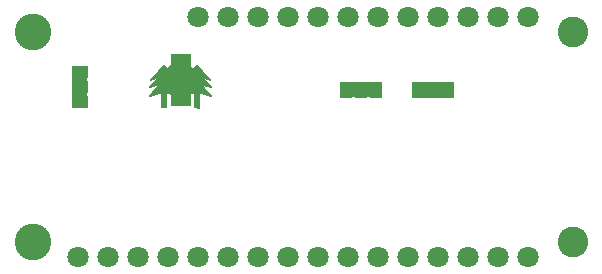
<source format=gbs>
G04 #@! TF.GenerationSoftware,KiCad,Pcbnew,(5.0.0-rc2-dev-444-g2974a2c10)*
G04 #@! TF.CreationDate,2019-11-27T17:23:50-08:00*
G04 #@! TF.ProjectId,Stemma_Host_FeatherWing,5374656D6D615F486F73745F46656174,v01*
G04 #@! TF.SameCoordinates,Original*
G04 #@! TF.FileFunction,Soldermask,Bot*
G04 #@! TF.FilePolarity,Negative*
%FSLAX46Y46*%
G04 Gerber Fmt 4.6, Leading zero omitted, Abs format (unit mm)*
G04 Created by KiCad (PCBNEW (5.0.0-rc2-dev-444-g2974a2c10)) date 11/27/19 17:23:50*
%MOMM*%
%LPD*%
G01*
G04 APERTURE LIST*
%ADD10C,0.150000*%
%ADD11R,1.071600X1.371600*%
%ADD12C,1.801600*%
%ADD13C,2.601600*%
%ADD14C,3.101600*%
%ADD15R,1.701600X1.301600*%
%ADD16R,1.371600X1.071600*%
G04 APERTURE END LIST*
D10*
G36*
X114450000Y-89150000D02*
X113300000Y-89150000D01*
X113300000Y-92500000D01*
X114450000Y-92500000D01*
X114450000Y-89150000D01*
G37*
X114450000Y-89150000D02*
X113300000Y-89150000D01*
X113300000Y-92500000D01*
X114450000Y-92500000D01*
X114450000Y-89150000D01*
G36*
X145450000Y-91650000D02*
X145450000Y-90500000D01*
X142100000Y-90500000D01*
X142100000Y-91650000D01*
X145450000Y-91650000D01*
G37*
X145450000Y-91650000D02*
X145450000Y-90500000D01*
X142100000Y-90500000D01*
X142100000Y-91650000D01*
X145450000Y-91650000D01*
G36*
X139300000Y-91600000D02*
X139300000Y-90500000D01*
X136000000Y-90500000D01*
X136000000Y-91600000D01*
X139300000Y-91600000D01*
G37*
X139300000Y-91600000D02*
X139300000Y-90500000D01*
X136000000Y-90500000D01*
X136000000Y-91600000D01*
X139300000Y-91600000D01*
G36*
X121038000Y-89054000D02*
X119938000Y-90224000D01*
X120818000Y-89794000D01*
X119838000Y-90814000D01*
X120708000Y-90554000D01*
X119858000Y-91594000D01*
X120858000Y-91284000D01*
X120858000Y-92554000D01*
X121188000Y-92554000D01*
X121188000Y-91284000D01*
X122178000Y-91594000D01*
X121368000Y-90584000D01*
X122158000Y-90774000D01*
X121348000Y-89894000D01*
X121978000Y-90094000D01*
X121038000Y-89054000D01*
G37*
X121038000Y-89054000D02*
X119938000Y-90224000D01*
X120818000Y-89794000D01*
X119838000Y-90814000D01*
X120708000Y-90554000D01*
X119858000Y-91594000D01*
X120858000Y-91284000D01*
X120858000Y-92554000D01*
X121188000Y-92554000D01*
X121188000Y-91284000D01*
X122178000Y-91594000D01*
X121368000Y-90584000D01*
X122158000Y-90774000D01*
X121348000Y-89894000D01*
X121978000Y-90094000D01*
X121038000Y-89054000D01*
G36*
X122428000Y-88284000D02*
X121318000Y-89384000D01*
X122304000Y-89047000D01*
X121218000Y-90034000D01*
X122304000Y-89682000D01*
X121208000Y-90824000D01*
X122258000Y-90444000D01*
X122258000Y-91774000D01*
X122638000Y-91774000D01*
X122638000Y-90444000D01*
X123768000Y-90764000D01*
X122558000Y-89682000D01*
X123668000Y-89984000D01*
X122558000Y-89047000D01*
X123488000Y-89404000D01*
X122428000Y-88284000D01*
G37*
X122428000Y-88284000D02*
X121318000Y-89384000D01*
X122304000Y-89047000D01*
X121218000Y-90034000D01*
X122304000Y-89682000D01*
X121208000Y-90824000D01*
X122258000Y-90444000D01*
X122258000Y-91774000D01*
X122638000Y-91774000D01*
X122638000Y-90444000D01*
X123768000Y-90764000D01*
X122558000Y-89682000D01*
X123668000Y-89984000D01*
X122558000Y-89047000D01*
X123488000Y-89404000D01*
X122428000Y-88284000D01*
G36*
X123818000Y-89034000D02*
X122748000Y-90214000D01*
X123618000Y-89824000D01*
X122658000Y-90824000D01*
X123568000Y-90504000D01*
X122648000Y-91624000D01*
X123658000Y-91264000D01*
X123655000Y-92552000D01*
X124018000Y-92564000D01*
X123998000Y-91284000D01*
X125008000Y-91624000D01*
X124108000Y-90544000D01*
X125008000Y-90804000D01*
X123998000Y-89774000D01*
X124918000Y-90234000D01*
X123818000Y-89034000D01*
G37*
X123818000Y-89034000D02*
X122748000Y-90214000D01*
X123618000Y-89824000D01*
X122658000Y-90824000D01*
X123568000Y-90504000D01*
X122648000Y-91624000D01*
X123658000Y-91264000D01*
X123655000Y-92552000D01*
X124018000Y-92564000D01*
X123998000Y-91284000D01*
X125008000Y-91624000D01*
X124108000Y-90544000D01*
X125008000Y-90804000D01*
X123998000Y-89774000D01*
X124918000Y-90234000D01*
X123818000Y-89034000D01*
G36*
X121408000Y-89354000D02*
X121408000Y-91154000D01*
X123418000Y-91174000D01*
X123418000Y-89374000D01*
X121408000Y-89354000D01*
G37*
X121408000Y-89354000D02*
X121408000Y-91154000D01*
X123418000Y-91174000D01*
X123418000Y-89374000D01*
X121408000Y-89354000D01*
D11*
X136398000Y-91059000D03*
X137668000Y-91059000D03*
X138938000Y-91059000D03*
X145034000Y-91059000D03*
X143764000Y-91059000D03*
X142494000Y-91059000D03*
D12*
X113715001Y-105206001D03*
X116255001Y-105206001D03*
X118795001Y-105206001D03*
X121335001Y-105206001D03*
X123875001Y-105206001D03*
X126415001Y-105206001D03*
X128955001Y-105206001D03*
X131495001Y-105206001D03*
X134035001Y-105206001D03*
X136575001Y-105206001D03*
X139115001Y-105206001D03*
X141655001Y-105206001D03*
X144195001Y-105206001D03*
X146735001Y-105206001D03*
X149275001Y-105206001D03*
X151815001Y-105206001D03*
X123875001Y-84886001D03*
X126415001Y-84886001D03*
X128955001Y-84886001D03*
X131495001Y-84886001D03*
X134035001Y-84886001D03*
X136575001Y-84886001D03*
X139115001Y-84886001D03*
X141655001Y-84886001D03*
X144195001Y-84886001D03*
X146735001Y-84886001D03*
X149275001Y-84886001D03*
X151815001Y-84886001D03*
D13*
X155625001Y-86156001D03*
X155625001Y-103936001D03*
D14*
X109905001Y-103936001D03*
X109905001Y-86156001D03*
D15*
X122428000Y-91824000D03*
X122428000Y-88624000D03*
D16*
X113900000Y-92070000D03*
X113900000Y-90800000D03*
X113900000Y-89530000D03*
M02*

</source>
